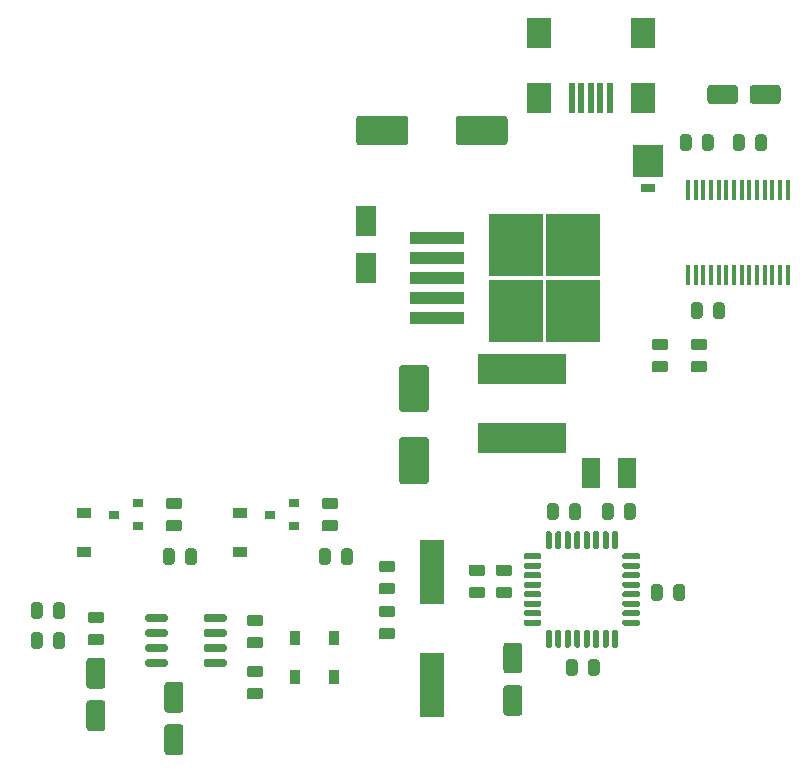
<source format=gbr>
%TF.GenerationSoftware,KiCad,Pcbnew,(5.1.6)-1*%
%TF.CreationDate,2021-01-04T09:58:51-07:00*%
%TF.ProjectId,R107 AC Controller,52313037-2041-4432-9043-6f6e74726f6c,rev?*%
%TF.SameCoordinates,Original*%
%TF.FileFunction,Paste,Top*%
%TF.FilePolarity,Positive*%
%FSLAX46Y46*%
G04 Gerber Fmt 4.6, Leading zero omitted, Abs format (unit mm)*
G04 Created by KiCad (PCBNEW (5.1.6)-1) date 2021-01-04 09:58:51*
%MOMM*%
%LPD*%
G01*
G04 APERTURE LIST*
%ADD10R,7.500000X2.500000*%
%ADD11R,1.800000X2.500000*%
%ADD12R,2.540000X2.670000*%
%ADD13R,1.270000X0.762000*%
%ADD14R,0.900000X1.200000*%
%ADD15R,1.200000X0.900000*%
%ADD16R,1.500000X2.600000*%
%ADD17R,2.000000X5.500000*%
%ADD18R,0.450000X1.750000*%
%ADD19R,4.550000X5.250000*%
%ADD20R,4.600000X1.100000*%
%ADD21R,0.900000X0.800000*%
%ADD22R,0.500000X2.500000*%
%ADD23R,2.000000X2.500000*%
G04 APERTURE END LIST*
D10*
%TO.C,L1*%
X182880000Y-50644000D03*
X182880000Y-56544000D03*
%TD*%
D11*
%TO.C,D4*%
X169672000Y-42132000D03*
X169672000Y-38132000D03*
%TD*%
D12*
%TO.C,D7*%
X193548000Y-33020000D03*
D13*
X193548000Y-35371000D03*
%TD*%
D14*
%TO.C,D6*%
X163704000Y-73406000D03*
X167004000Y-73406000D03*
%TD*%
D15*
%TO.C,D3*%
X159004000Y-62866000D03*
X159004000Y-66166000D03*
%TD*%
D16*
%TO.C,D1*%
X188770000Y-59436000D03*
X191770000Y-59436000D03*
%TD*%
D17*
%TO.C,Y1*%
X175260000Y-77394000D03*
X175260000Y-67894000D03*
%TD*%
D18*
%TO.C,U4*%
X196943000Y-35516000D03*
X197593000Y-35516000D03*
X198243000Y-35516000D03*
X198893000Y-35516000D03*
X199543000Y-35516000D03*
X200193000Y-35516000D03*
X200843000Y-35516000D03*
X201493000Y-35516000D03*
X202143000Y-35516000D03*
X202793000Y-35516000D03*
X203443000Y-35516000D03*
X204093000Y-35516000D03*
X204743000Y-35516000D03*
X205393000Y-35516000D03*
X205393000Y-42716000D03*
X204743000Y-42716000D03*
X204093000Y-42716000D03*
X203443000Y-42716000D03*
X202793000Y-42716000D03*
X202143000Y-42716000D03*
X201493000Y-42716000D03*
X200843000Y-42716000D03*
X200193000Y-42716000D03*
X199543000Y-42716000D03*
X198893000Y-42716000D03*
X198243000Y-42716000D03*
X197593000Y-42716000D03*
X196943000Y-42716000D03*
%TD*%
%TO.C,U3*%
G36*
G01*
X155932000Y-71905000D02*
X155932000Y-71605000D01*
G75*
G02*
X156082000Y-71455000I150000J0D01*
G01*
X157732000Y-71455000D01*
G75*
G02*
X157882000Y-71605000I0J-150000D01*
G01*
X157882000Y-71905000D01*
G75*
G02*
X157732000Y-72055000I-150000J0D01*
G01*
X156082000Y-72055000D01*
G75*
G02*
X155932000Y-71905000I0J150000D01*
G01*
G37*
G36*
G01*
X155932000Y-73175000D02*
X155932000Y-72875000D01*
G75*
G02*
X156082000Y-72725000I150000J0D01*
G01*
X157732000Y-72725000D01*
G75*
G02*
X157882000Y-72875000I0J-150000D01*
G01*
X157882000Y-73175000D01*
G75*
G02*
X157732000Y-73325000I-150000J0D01*
G01*
X156082000Y-73325000D01*
G75*
G02*
X155932000Y-73175000I0J150000D01*
G01*
G37*
G36*
G01*
X155932000Y-74445000D02*
X155932000Y-74145000D01*
G75*
G02*
X156082000Y-73995000I150000J0D01*
G01*
X157732000Y-73995000D01*
G75*
G02*
X157882000Y-74145000I0J-150000D01*
G01*
X157882000Y-74445000D01*
G75*
G02*
X157732000Y-74595000I-150000J0D01*
G01*
X156082000Y-74595000D01*
G75*
G02*
X155932000Y-74445000I0J150000D01*
G01*
G37*
G36*
G01*
X155932000Y-75715000D02*
X155932000Y-75415000D01*
G75*
G02*
X156082000Y-75265000I150000J0D01*
G01*
X157732000Y-75265000D01*
G75*
G02*
X157882000Y-75415000I0J-150000D01*
G01*
X157882000Y-75715000D01*
G75*
G02*
X157732000Y-75865000I-150000J0D01*
G01*
X156082000Y-75865000D01*
G75*
G02*
X155932000Y-75715000I0J150000D01*
G01*
G37*
G36*
G01*
X150982000Y-75715000D02*
X150982000Y-75415000D01*
G75*
G02*
X151132000Y-75265000I150000J0D01*
G01*
X152782000Y-75265000D01*
G75*
G02*
X152932000Y-75415000I0J-150000D01*
G01*
X152932000Y-75715000D01*
G75*
G02*
X152782000Y-75865000I-150000J0D01*
G01*
X151132000Y-75865000D01*
G75*
G02*
X150982000Y-75715000I0J150000D01*
G01*
G37*
G36*
G01*
X150982000Y-74445000D02*
X150982000Y-74145000D01*
G75*
G02*
X151132000Y-73995000I150000J0D01*
G01*
X152782000Y-73995000D01*
G75*
G02*
X152932000Y-74145000I0J-150000D01*
G01*
X152932000Y-74445000D01*
G75*
G02*
X152782000Y-74595000I-150000J0D01*
G01*
X151132000Y-74595000D01*
G75*
G02*
X150982000Y-74445000I0J150000D01*
G01*
G37*
G36*
G01*
X150982000Y-73175000D02*
X150982000Y-72875000D01*
G75*
G02*
X151132000Y-72725000I150000J0D01*
G01*
X152782000Y-72725000D01*
G75*
G02*
X152932000Y-72875000I0J-150000D01*
G01*
X152932000Y-73175000D01*
G75*
G02*
X152782000Y-73325000I-150000J0D01*
G01*
X151132000Y-73325000D01*
G75*
G02*
X150982000Y-73175000I0J150000D01*
G01*
G37*
G36*
G01*
X150982000Y-71905000D02*
X150982000Y-71605000D01*
G75*
G02*
X151132000Y-71455000I150000J0D01*
G01*
X152782000Y-71455000D01*
G75*
G02*
X152932000Y-71605000I0J-150000D01*
G01*
X152932000Y-71905000D01*
G75*
G02*
X152782000Y-72055000I-150000J0D01*
G01*
X151132000Y-72055000D01*
G75*
G02*
X150982000Y-71905000I0J150000D01*
G01*
G37*
%TD*%
D19*
%TO.C,U2*%
X182372000Y-45720000D03*
X187222000Y-40170000D03*
X182372000Y-40170000D03*
X187222000Y-45720000D03*
D20*
X175647000Y-46345000D03*
X175647000Y-44645000D03*
X175647000Y-42945000D03*
X175647000Y-41245000D03*
X175647000Y-39545000D03*
%TD*%
%TO.C,U1*%
G36*
G01*
X184910000Y-65792000D02*
X184910000Y-64542000D01*
G75*
G02*
X185035000Y-64417000I125000J0D01*
G01*
X185285000Y-64417000D01*
G75*
G02*
X185410000Y-64542000I0J-125000D01*
G01*
X185410000Y-65792000D01*
G75*
G02*
X185285000Y-65917000I-125000J0D01*
G01*
X185035000Y-65917000D01*
G75*
G02*
X184910000Y-65792000I0J125000D01*
G01*
G37*
G36*
G01*
X185710000Y-65792000D02*
X185710000Y-64542000D01*
G75*
G02*
X185835000Y-64417000I125000J0D01*
G01*
X186085000Y-64417000D01*
G75*
G02*
X186210000Y-64542000I0J-125000D01*
G01*
X186210000Y-65792000D01*
G75*
G02*
X186085000Y-65917000I-125000J0D01*
G01*
X185835000Y-65917000D01*
G75*
G02*
X185710000Y-65792000I0J125000D01*
G01*
G37*
G36*
G01*
X186510000Y-65792000D02*
X186510000Y-64542000D01*
G75*
G02*
X186635000Y-64417000I125000J0D01*
G01*
X186885000Y-64417000D01*
G75*
G02*
X187010000Y-64542000I0J-125000D01*
G01*
X187010000Y-65792000D01*
G75*
G02*
X186885000Y-65917000I-125000J0D01*
G01*
X186635000Y-65917000D01*
G75*
G02*
X186510000Y-65792000I0J125000D01*
G01*
G37*
G36*
G01*
X187310000Y-65792000D02*
X187310000Y-64542000D01*
G75*
G02*
X187435000Y-64417000I125000J0D01*
G01*
X187685000Y-64417000D01*
G75*
G02*
X187810000Y-64542000I0J-125000D01*
G01*
X187810000Y-65792000D01*
G75*
G02*
X187685000Y-65917000I-125000J0D01*
G01*
X187435000Y-65917000D01*
G75*
G02*
X187310000Y-65792000I0J125000D01*
G01*
G37*
G36*
G01*
X188110000Y-65792000D02*
X188110000Y-64542000D01*
G75*
G02*
X188235000Y-64417000I125000J0D01*
G01*
X188485000Y-64417000D01*
G75*
G02*
X188610000Y-64542000I0J-125000D01*
G01*
X188610000Y-65792000D01*
G75*
G02*
X188485000Y-65917000I-125000J0D01*
G01*
X188235000Y-65917000D01*
G75*
G02*
X188110000Y-65792000I0J125000D01*
G01*
G37*
G36*
G01*
X188910000Y-65792000D02*
X188910000Y-64542000D01*
G75*
G02*
X189035000Y-64417000I125000J0D01*
G01*
X189285000Y-64417000D01*
G75*
G02*
X189410000Y-64542000I0J-125000D01*
G01*
X189410000Y-65792000D01*
G75*
G02*
X189285000Y-65917000I-125000J0D01*
G01*
X189035000Y-65917000D01*
G75*
G02*
X188910000Y-65792000I0J125000D01*
G01*
G37*
G36*
G01*
X189710000Y-65792000D02*
X189710000Y-64542000D01*
G75*
G02*
X189835000Y-64417000I125000J0D01*
G01*
X190085000Y-64417000D01*
G75*
G02*
X190210000Y-64542000I0J-125000D01*
G01*
X190210000Y-65792000D01*
G75*
G02*
X190085000Y-65917000I-125000J0D01*
G01*
X189835000Y-65917000D01*
G75*
G02*
X189710000Y-65792000I0J125000D01*
G01*
G37*
G36*
G01*
X190510000Y-65792000D02*
X190510000Y-64542000D01*
G75*
G02*
X190635000Y-64417000I125000J0D01*
G01*
X190885000Y-64417000D01*
G75*
G02*
X191010000Y-64542000I0J-125000D01*
G01*
X191010000Y-65792000D01*
G75*
G02*
X190885000Y-65917000I-125000J0D01*
G01*
X190635000Y-65917000D01*
G75*
G02*
X190510000Y-65792000I0J125000D01*
G01*
G37*
G36*
G01*
X191385000Y-66667000D02*
X191385000Y-66417000D01*
G75*
G02*
X191510000Y-66292000I125000J0D01*
G01*
X192760000Y-66292000D01*
G75*
G02*
X192885000Y-66417000I0J-125000D01*
G01*
X192885000Y-66667000D01*
G75*
G02*
X192760000Y-66792000I-125000J0D01*
G01*
X191510000Y-66792000D01*
G75*
G02*
X191385000Y-66667000I0J125000D01*
G01*
G37*
G36*
G01*
X191385000Y-67467000D02*
X191385000Y-67217000D01*
G75*
G02*
X191510000Y-67092000I125000J0D01*
G01*
X192760000Y-67092000D01*
G75*
G02*
X192885000Y-67217000I0J-125000D01*
G01*
X192885000Y-67467000D01*
G75*
G02*
X192760000Y-67592000I-125000J0D01*
G01*
X191510000Y-67592000D01*
G75*
G02*
X191385000Y-67467000I0J125000D01*
G01*
G37*
G36*
G01*
X191385000Y-68267000D02*
X191385000Y-68017000D01*
G75*
G02*
X191510000Y-67892000I125000J0D01*
G01*
X192760000Y-67892000D01*
G75*
G02*
X192885000Y-68017000I0J-125000D01*
G01*
X192885000Y-68267000D01*
G75*
G02*
X192760000Y-68392000I-125000J0D01*
G01*
X191510000Y-68392000D01*
G75*
G02*
X191385000Y-68267000I0J125000D01*
G01*
G37*
G36*
G01*
X191385000Y-69067000D02*
X191385000Y-68817000D01*
G75*
G02*
X191510000Y-68692000I125000J0D01*
G01*
X192760000Y-68692000D01*
G75*
G02*
X192885000Y-68817000I0J-125000D01*
G01*
X192885000Y-69067000D01*
G75*
G02*
X192760000Y-69192000I-125000J0D01*
G01*
X191510000Y-69192000D01*
G75*
G02*
X191385000Y-69067000I0J125000D01*
G01*
G37*
G36*
G01*
X191385000Y-69867000D02*
X191385000Y-69617000D01*
G75*
G02*
X191510000Y-69492000I125000J0D01*
G01*
X192760000Y-69492000D01*
G75*
G02*
X192885000Y-69617000I0J-125000D01*
G01*
X192885000Y-69867000D01*
G75*
G02*
X192760000Y-69992000I-125000J0D01*
G01*
X191510000Y-69992000D01*
G75*
G02*
X191385000Y-69867000I0J125000D01*
G01*
G37*
G36*
G01*
X191385000Y-70667000D02*
X191385000Y-70417000D01*
G75*
G02*
X191510000Y-70292000I125000J0D01*
G01*
X192760000Y-70292000D01*
G75*
G02*
X192885000Y-70417000I0J-125000D01*
G01*
X192885000Y-70667000D01*
G75*
G02*
X192760000Y-70792000I-125000J0D01*
G01*
X191510000Y-70792000D01*
G75*
G02*
X191385000Y-70667000I0J125000D01*
G01*
G37*
G36*
G01*
X191385000Y-71467000D02*
X191385000Y-71217000D01*
G75*
G02*
X191510000Y-71092000I125000J0D01*
G01*
X192760000Y-71092000D01*
G75*
G02*
X192885000Y-71217000I0J-125000D01*
G01*
X192885000Y-71467000D01*
G75*
G02*
X192760000Y-71592000I-125000J0D01*
G01*
X191510000Y-71592000D01*
G75*
G02*
X191385000Y-71467000I0J125000D01*
G01*
G37*
G36*
G01*
X191385000Y-72267000D02*
X191385000Y-72017000D01*
G75*
G02*
X191510000Y-71892000I125000J0D01*
G01*
X192760000Y-71892000D01*
G75*
G02*
X192885000Y-72017000I0J-125000D01*
G01*
X192885000Y-72267000D01*
G75*
G02*
X192760000Y-72392000I-125000J0D01*
G01*
X191510000Y-72392000D01*
G75*
G02*
X191385000Y-72267000I0J125000D01*
G01*
G37*
G36*
G01*
X190510000Y-74142000D02*
X190510000Y-72892000D01*
G75*
G02*
X190635000Y-72767000I125000J0D01*
G01*
X190885000Y-72767000D01*
G75*
G02*
X191010000Y-72892000I0J-125000D01*
G01*
X191010000Y-74142000D01*
G75*
G02*
X190885000Y-74267000I-125000J0D01*
G01*
X190635000Y-74267000D01*
G75*
G02*
X190510000Y-74142000I0J125000D01*
G01*
G37*
G36*
G01*
X189710000Y-74142000D02*
X189710000Y-72892000D01*
G75*
G02*
X189835000Y-72767000I125000J0D01*
G01*
X190085000Y-72767000D01*
G75*
G02*
X190210000Y-72892000I0J-125000D01*
G01*
X190210000Y-74142000D01*
G75*
G02*
X190085000Y-74267000I-125000J0D01*
G01*
X189835000Y-74267000D01*
G75*
G02*
X189710000Y-74142000I0J125000D01*
G01*
G37*
G36*
G01*
X188910000Y-74142000D02*
X188910000Y-72892000D01*
G75*
G02*
X189035000Y-72767000I125000J0D01*
G01*
X189285000Y-72767000D01*
G75*
G02*
X189410000Y-72892000I0J-125000D01*
G01*
X189410000Y-74142000D01*
G75*
G02*
X189285000Y-74267000I-125000J0D01*
G01*
X189035000Y-74267000D01*
G75*
G02*
X188910000Y-74142000I0J125000D01*
G01*
G37*
G36*
G01*
X188110000Y-74142000D02*
X188110000Y-72892000D01*
G75*
G02*
X188235000Y-72767000I125000J0D01*
G01*
X188485000Y-72767000D01*
G75*
G02*
X188610000Y-72892000I0J-125000D01*
G01*
X188610000Y-74142000D01*
G75*
G02*
X188485000Y-74267000I-125000J0D01*
G01*
X188235000Y-74267000D01*
G75*
G02*
X188110000Y-74142000I0J125000D01*
G01*
G37*
G36*
G01*
X187310000Y-74142000D02*
X187310000Y-72892000D01*
G75*
G02*
X187435000Y-72767000I125000J0D01*
G01*
X187685000Y-72767000D01*
G75*
G02*
X187810000Y-72892000I0J-125000D01*
G01*
X187810000Y-74142000D01*
G75*
G02*
X187685000Y-74267000I-125000J0D01*
G01*
X187435000Y-74267000D01*
G75*
G02*
X187310000Y-74142000I0J125000D01*
G01*
G37*
G36*
G01*
X186510000Y-74142000D02*
X186510000Y-72892000D01*
G75*
G02*
X186635000Y-72767000I125000J0D01*
G01*
X186885000Y-72767000D01*
G75*
G02*
X187010000Y-72892000I0J-125000D01*
G01*
X187010000Y-74142000D01*
G75*
G02*
X186885000Y-74267000I-125000J0D01*
G01*
X186635000Y-74267000D01*
G75*
G02*
X186510000Y-74142000I0J125000D01*
G01*
G37*
G36*
G01*
X185710000Y-74142000D02*
X185710000Y-72892000D01*
G75*
G02*
X185835000Y-72767000I125000J0D01*
G01*
X186085000Y-72767000D01*
G75*
G02*
X186210000Y-72892000I0J-125000D01*
G01*
X186210000Y-74142000D01*
G75*
G02*
X186085000Y-74267000I-125000J0D01*
G01*
X185835000Y-74267000D01*
G75*
G02*
X185710000Y-74142000I0J125000D01*
G01*
G37*
G36*
G01*
X184910000Y-74142000D02*
X184910000Y-72892000D01*
G75*
G02*
X185035000Y-72767000I125000J0D01*
G01*
X185285000Y-72767000D01*
G75*
G02*
X185410000Y-72892000I0J-125000D01*
G01*
X185410000Y-74142000D01*
G75*
G02*
X185285000Y-74267000I-125000J0D01*
G01*
X185035000Y-74267000D01*
G75*
G02*
X184910000Y-74142000I0J125000D01*
G01*
G37*
G36*
G01*
X183035000Y-72267000D02*
X183035000Y-72017000D01*
G75*
G02*
X183160000Y-71892000I125000J0D01*
G01*
X184410000Y-71892000D01*
G75*
G02*
X184535000Y-72017000I0J-125000D01*
G01*
X184535000Y-72267000D01*
G75*
G02*
X184410000Y-72392000I-125000J0D01*
G01*
X183160000Y-72392000D01*
G75*
G02*
X183035000Y-72267000I0J125000D01*
G01*
G37*
G36*
G01*
X183035000Y-71467000D02*
X183035000Y-71217000D01*
G75*
G02*
X183160000Y-71092000I125000J0D01*
G01*
X184410000Y-71092000D01*
G75*
G02*
X184535000Y-71217000I0J-125000D01*
G01*
X184535000Y-71467000D01*
G75*
G02*
X184410000Y-71592000I-125000J0D01*
G01*
X183160000Y-71592000D01*
G75*
G02*
X183035000Y-71467000I0J125000D01*
G01*
G37*
G36*
G01*
X183035000Y-70667000D02*
X183035000Y-70417000D01*
G75*
G02*
X183160000Y-70292000I125000J0D01*
G01*
X184410000Y-70292000D01*
G75*
G02*
X184535000Y-70417000I0J-125000D01*
G01*
X184535000Y-70667000D01*
G75*
G02*
X184410000Y-70792000I-125000J0D01*
G01*
X183160000Y-70792000D01*
G75*
G02*
X183035000Y-70667000I0J125000D01*
G01*
G37*
G36*
G01*
X183035000Y-69867000D02*
X183035000Y-69617000D01*
G75*
G02*
X183160000Y-69492000I125000J0D01*
G01*
X184410000Y-69492000D01*
G75*
G02*
X184535000Y-69617000I0J-125000D01*
G01*
X184535000Y-69867000D01*
G75*
G02*
X184410000Y-69992000I-125000J0D01*
G01*
X183160000Y-69992000D01*
G75*
G02*
X183035000Y-69867000I0J125000D01*
G01*
G37*
G36*
G01*
X183035000Y-69067000D02*
X183035000Y-68817000D01*
G75*
G02*
X183160000Y-68692000I125000J0D01*
G01*
X184410000Y-68692000D01*
G75*
G02*
X184535000Y-68817000I0J-125000D01*
G01*
X184535000Y-69067000D01*
G75*
G02*
X184410000Y-69192000I-125000J0D01*
G01*
X183160000Y-69192000D01*
G75*
G02*
X183035000Y-69067000I0J125000D01*
G01*
G37*
G36*
G01*
X183035000Y-68267000D02*
X183035000Y-68017000D01*
G75*
G02*
X183160000Y-67892000I125000J0D01*
G01*
X184410000Y-67892000D01*
G75*
G02*
X184535000Y-68017000I0J-125000D01*
G01*
X184535000Y-68267000D01*
G75*
G02*
X184410000Y-68392000I-125000J0D01*
G01*
X183160000Y-68392000D01*
G75*
G02*
X183035000Y-68267000I0J125000D01*
G01*
G37*
G36*
G01*
X183035000Y-67467000D02*
X183035000Y-67217000D01*
G75*
G02*
X183160000Y-67092000I125000J0D01*
G01*
X184410000Y-67092000D01*
G75*
G02*
X184535000Y-67217000I0J-125000D01*
G01*
X184535000Y-67467000D01*
G75*
G02*
X184410000Y-67592000I-125000J0D01*
G01*
X183160000Y-67592000D01*
G75*
G02*
X183035000Y-67467000I0J125000D01*
G01*
G37*
G36*
G01*
X183035000Y-66667000D02*
X183035000Y-66417000D01*
G75*
G02*
X183160000Y-66292000I125000J0D01*
G01*
X184410000Y-66292000D01*
G75*
G02*
X184535000Y-66417000I0J-125000D01*
G01*
X184535000Y-66667000D01*
G75*
G02*
X184410000Y-66792000I-125000J0D01*
G01*
X183160000Y-66792000D01*
G75*
G02*
X183035000Y-66667000I0J125000D01*
G01*
G37*
%TD*%
%TO.C,R11*%
G36*
G01*
X160730250Y-72448000D02*
X159817750Y-72448000D01*
G75*
G02*
X159574000Y-72204250I0J243750D01*
G01*
X159574000Y-71716750D01*
G75*
G02*
X159817750Y-71473000I243750J0D01*
G01*
X160730250Y-71473000D01*
G75*
G02*
X160974000Y-71716750I0J-243750D01*
G01*
X160974000Y-72204250D01*
G75*
G02*
X160730250Y-72448000I-243750J0D01*
G01*
G37*
G36*
G01*
X160730250Y-74323000D02*
X159817750Y-74323000D01*
G75*
G02*
X159574000Y-74079250I0J243750D01*
G01*
X159574000Y-73591750D01*
G75*
G02*
X159817750Y-73348000I243750J0D01*
G01*
X160730250Y-73348000D01*
G75*
G02*
X160974000Y-73591750I0J-243750D01*
G01*
X160974000Y-74079250D01*
G75*
G02*
X160730250Y-74323000I-243750J0D01*
G01*
G37*
%TD*%
%TO.C,R10*%
G36*
G01*
X159817750Y-77666000D02*
X160730250Y-77666000D01*
G75*
G02*
X160974000Y-77909750I0J-243750D01*
G01*
X160974000Y-78397250D01*
G75*
G02*
X160730250Y-78641000I-243750J0D01*
G01*
X159817750Y-78641000D01*
G75*
G02*
X159574000Y-78397250I0J243750D01*
G01*
X159574000Y-77909750D01*
G75*
G02*
X159817750Y-77666000I243750J0D01*
G01*
G37*
G36*
G01*
X159817750Y-75791000D02*
X160730250Y-75791000D01*
G75*
G02*
X160974000Y-76034750I0J-243750D01*
G01*
X160974000Y-76522250D01*
G75*
G02*
X160730250Y-76766000I-243750J0D01*
G01*
X159817750Y-76766000D01*
G75*
G02*
X159574000Y-76522250I0J243750D01*
G01*
X159574000Y-76034750D01*
G75*
G02*
X159817750Y-75791000I243750J0D01*
G01*
G37*
%TD*%
%TO.C,R9*%
G36*
G01*
X195020250Y-49080000D02*
X194107750Y-49080000D01*
G75*
G02*
X193864000Y-48836250I0J243750D01*
G01*
X193864000Y-48348750D01*
G75*
G02*
X194107750Y-48105000I243750J0D01*
G01*
X195020250Y-48105000D01*
G75*
G02*
X195264000Y-48348750I0J-243750D01*
G01*
X195264000Y-48836250D01*
G75*
G02*
X195020250Y-49080000I-243750J0D01*
G01*
G37*
G36*
G01*
X195020250Y-50955000D02*
X194107750Y-50955000D01*
G75*
G02*
X193864000Y-50711250I0J243750D01*
G01*
X193864000Y-50223750D01*
G75*
G02*
X194107750Y-49980000I243750J0D01*
G01*
X195020250Y-49980000D01*
G75*
G02*
X195264000Y-50223750I0J-243750D01*
G01*
X195264000Y-50711250D01*
G75*
G02*
X195020250Y-50955000I-243750J0D01*
G01*
G37*
%TD*%
%TO.C,R8*%
G36*
G01*
X198322250Y-49080000D02*
X197409750Y-49080000D01*
G75*
G02*
X197166000Y-48836250I0J243750D01*
G01*
X197166000Y-48348750D01*
G75*
G02*
X197409750Y-48105000I243750J0D01*
G01*
X198322250Y-48105000D01*
G75*
G02*
X198566000Y-48348750I0J-243750D01*
G01*
X198566000Y-48836250D01*
G75*
G02*
X198322250Y-49080000I-243750J0D01*
G01*
G37*
G36*
G01*
X198322250Y-50955000D02*
X197409750Y-50955000D01*
G75*
G02*
X197166000Y-50711250I0J243750D01*
G01*
X197166000Y-50223750D01*
G75*
G02*
X197409750Y-49980000I243750J0D01*
G01*
X198322250Y-49980000D01*
G75*
G02*
X198566000Y-50223750I0J-243750D01*
G01*
X198566000Y-50711250D01*
G75*
G02*
X198322250Y-50955000I-243750J0D01*
G01*
G37*
%TD*%
%TO.C,R7*%
G36*
G01*
X188488500Y-76402250D02*
X188488500Y-75489750D01*
G75*
G02*
X188732250Y-75246000I243750J0D01*
G01*
X189219750Y-75246000D01*
G75*
G02*
X189463500Y-75489750I0J-243750D01*
G01*
X189463500Y-76402250D01*
G75*
G02*
X189219750Y-76646000I-243750J0D01*
G01*
X188732250Y-76646000D01*
G75*
G02*
X188488500Y-76402250I0J243750D01*
G01*
G37*
G36*
G01*
X186613500Y-76402250D02*
X186613500Y-75489750D01*
G75*
G02*
X186857250Y-75246000I243750J0D01*
G01*
X187344750Y-75246000D01*
G75*
G02*
X187588500Y-75489750I0J-243750D01*
G01*
X187588500Y-76402250D01*
G75*
G02*
X187344750Y-76646000I-243750J0D01*
G01*
X186857250Y-76646000D01*
G75*
G02*
X186613500Y-76402250I0J243750D01*
G01*
G37*
%TD*%
%TO.C,R6*%
G36*
G01*
X167080250Y-62542000D02*
X166167750Y-62542000D01*
G75*
G02*
X165924000Y-62298250I0J243750D01*
G01*
X165924000Y-61810750D01*
G75*
G02*
X166167750Y-61567000I243750J0D01*
G01*
X167080250Y-61567000D01*
G75*
G02*
X167324000Y-61810750I0J-243750D01*
G01*
X167324000Y-62298250D01*
G75*
G02*
X167080250Y-62542000I-243750J0D01*
G01*
G37*
G36*
G01*
X167080250Y-64417000D02*
X166167750Y-64417000D01*
G75*
G02*
X165924000Y-64173250I0J243750D01*
G01*
X165924000Y-63685750D01*
G75*
G02*
X166167750Y-63442000I243750J0D01*
G01*
X167080250Y-63442000D01*
G75*
G02*
X167324000Y-63685750I0J-243750D01*
G01*
X167324000Y-64173250D01*
G75*
G02*
X167080250Y-64417000I-243750J0D01*
G01*
G37*
%TD*%
%TO.C,R5*%
G36*
G01*
X153872250Y-62542000D02*
X152959750Y-62542000D01*
G75*
G02*
X152716000Y-62298250I0J243750D01*
G01*
X152716000Y-61810750D01*
G75*
G02*
X152959750Y-61567000I243750J0D01*
G01*
X153872250Y-61567000D01*
G75*
G02*
X154116000Y-61810750I0J-243750D01*
G01*
X154116000Y-62298250D01*
G75*
G02*
X153872250Y-62542000I-243750J0D01*
G01*
G37*
G36*
G01*
X153872250Y-64417000D02*
X152959750Y-64417000D01*
G75*
G02*
X152716000Y-64173250I0J243750D01*
G01*
X152716000Y-63685750D01*
G75*
G02*
X152959750Y-63442000I243750J0D01*
G01*
X153872250Y-63442000D01*
G75*
G02*
X154116000Y-63685750I0J-243750D01*
G01*
X154116000Y-64173250D01*
G75*
G02*
X153872250Y-64417000I-243750J0D01*
G01*
G37*
%TD*%
%TO.C,R4*%
G36*
G01*
X166682000Y-66091750D02*
X166682000Y-67004250D01*
G75*
G02*
X166438250Y-67248000I-243750J0D01*
G01*
X165950750Y-67248000D01*
G75*
G02*
X165707000Y-67004250I0J243750D01*
G01*
X165707000Y-66091750D01*
G75*
G02*
X165950750Y-65848000I243750J0D01*
G01*
X166438250Y-65848000D01*
G75*
G02*
X166682000Y-66091750I0J-243750D01*
G01*
G37*
G36*
G01*
X168557000Y-66091750D02*
X168557000Y-67004250D01*
G75*
G02*
X168313250Y-67248000I-243750J0D01*
G01*
X167825750Y-67248000D01*
G75*
G02*
X167582000Y-67004250I0J243750D01*
G01*
X167582000Y-66091750D01*
G75*
G02*
X167825750Y-65848000I243750J0D01*
G01*
X168313250Y-65848000D01*
G75*
G02*
X168557000Y-66091750I0J-243750D01*
G01*
G37*
%TD*%
%TO.C,R3*%
G36*
G01*
X153474000Y-66091750D02*
X153474000Y-67004250D01*
G75*
G02*
X153230250Y-67248000I-243750J0D01*
G01*
X152742750Y-67248000D01*
G75*
G02*
X152499000Y-67004250I0J243750D01*
G01*
X152499000Y-66091750D01*
G75*
G02*
X152742750Y-65848000I243750J0D01*
G01*
X153230250Y-65848000D01*
G75*
G02*
X153474000Y-66091750I0J-243750D01*
G01*
G37*
G36*
G01*
X155349000Y-66091750D02*
X155349000Y-67004250D01*
G75*
G02*
X155105250Y-67248000I-243750J0D01*
G01*
X154617750Y-67248000D01*
G75*
G02*
X154374000Y-67004250I0J243750D01*
G01*
X154374000Y-66091750D01*
G75*
G02*
X154617750Y-65848000I243750J0D01*
G01*
X155105250Y-65848000D01*
G75*
G02*
X155349000Y-66091750I0J-243750D01*
G01*
G37*
%TD*%
%TO.C,R2*%
G36*
G01*
X190636500Y-62281750D02*
X190636500Y-63194250D01*
G75*
G02*
X190392750Y-63438000I-243750J0D01*
G01*
X189905250Y-63438000D01*
G75*
G02*
X189661500Y-63194250I0J243750D01*
G01*
X189661500Y-62281750D01*
G75*
G02*
X189905250Y-62038000I243750J0D01*
G01*
X190392750Y-62038000D01*
G75*
G02*
X190636500Y-62281750I0J-243750D01*
G01*
G37*
G36*
G01*
X192511500Y-62281750D02*
X192511500Y-63194250D01*
G75*
G02*
X192267750Y-63438000I-243750J0D01*
G01*
X191780250Y-63438000D01*
G75*
G02*
X191536500Y-63194250I0J243750D01*
G01*
X191536500Y-62281750D01*
G75*
G02*
X191780250Y-62038000I243750J0D01*
G01*
X192267750Y-62038000D01*
G75*
G02*
X192511500Y-62281750I0J-243750D01*
G01*
G37*
%TD*%
%TO.C,R1*%
G36*
G01*
X186886000Y-63194250D02*
X186886000Y-62281750D01*
G75*
G02*
X187129750Y-62038000I243750J0D01*
G01*
X187617250Y-62038000D01*
G75*
G02*
X187861000Y-62281750I0J-243750D01*
G01*
X187861000Y-63194250D01*
G75*
G02*
X187617250Y-63438000I-243750J0D01*
G01*
X187129750Y-63438000D01*
G75*
G02*
X186886000Y-63194250I0J243750D01*
G01*
G37*
G36*
G01*
X185011000Y-63194250D02*
X185011000Y-62281750D01*
G75*
G02*
X185254750Y-62038000I243750J0D01*
G01*
X185742250Y-62038000D01*
G75*
G02*
X185986000Y-62281750I0J-243750D01*
G01*
X185986000Y-63194250D01*
G75*
G02*
X185742250Y-63438000I-243750J0D01*
G01*
X185254750Y-63438000D01*
G75*
G02*
X185011000Y-63194250I0J243750D01*
G01*
G37*
%TD*%
D21*
%TO.C,Q2*%
X161560000Y-62992000D03*
X163560000Y-62042000D03*
X163560000Y-63942000D03*
%TD*%
%TO.C,Q1*%
X148352000Y-62992000D03*
X150352000Y-62042000D03*
X150352000Y-63942000D03*
%TD*%
D22*
%TO.C,J6*%
X187122000Y-27746000D03*
X187922000Y-27746000D03*
X188722000Y-27746000D03*
X189522000Y-27746000D03*
X190322000Y-27746000D03*
D23*
X184322000Y-27746000D03*
X193122000Y-27746000D03*
X184322000Y-22246000D03*
X193122000Y-22246000D03*
%TD*%
%TO.C,FB2*%
G36*
G01*
X143198000Y-71576250D02*
X143198000Y-70663750D01*
G75*
G02*
X143441750Y-70420000I243750J0D01*
G01*
X143929250Y-70420000D01*
G75*
G02*
X144173000Y-70663750I0J-243750D01*
G01*
X144173000Y-71576250D01*
G75*
G02*
X143929250Y-71820000I-243750J0D01*
G01*
X143441750Y-71820000D01*
G75*
G02*
X143198000Y-71576250I0J243750D01*
G01*
G37*
G36*
G01*
X141323000Y-71576250D02*
X141323000Y-70663750D01*
G75*
G02*
X141566750Y-70420000I243750J0D01*
G01*
X142054250Y-70420000D01*
G75*
G02*
X142298000Y-70663750I0J-243750D01*
G01*
X142298000Y-71576250D01*
G75*
G02*
X142054250Y-71820000I-243750J0D01*
G01*
X141566750Y-71820000D01*
G75*
G02*
X141323000Y-71576250I0J243750D01*
G01*
G37*
%TD*%
%TO.C,FB1*%
G36*
G01*
X143198000Y-74116250D02*
X143198000Y-73203750D01*
G75*
G02*
X143441750Y-72960000I243750J0D01*
G01*
X143929250Y-72960000D01*
G75*
G02*
X144173000Y-73203750I0J-243750D01*
G01*
X144173000Y-74116250D01*
G75*
G02*
X143929250Y-74360000I-243750J0D01*
G01*
X143441750Y-74360000D01*
G75*
G02*
X143198000Y-74116250I0J243750D01*
G01*
G37*
G36*
G01*
X141323000Y-74116250D02*
X141323000Y-73203750D01*
G75*
G02*
X141566750Y-72960000I243750J0D01*
G01*
X142054250Y-72960000D01*
G75*
G02*
X142298000Y-73203750I0J-243750D01*
G01*
X142298000Y-74116250D01*
G75*
G02*
X142054250Y-74360000I-243750J0D01*
G01*
X141566750Y-74360000D01*
G75*
G02*
X141323000Y-74116250I0J243750D01*
G01*
G37*
%TD*%
D14*
%TO.C,D5*%
X163704000Y-76708000D03*
X167004000Y-76708000D03*
%TD*%
D15*
%TO.C,D2*%
X145796000Y-62866000D03*
X145796000Y-66166000D03*
%TD*%
%TO.C,C15*%
G36*
G01*
X197240500Y-31039750D02*
X197240500Y-31952250D01*
G75*
G02*
X196996750Y-32196000I-243750J0D01*
G01*
X196509250Y-32196000D01*
G75*
G02*
X196265500Y-31952250I0J243750D01*
G01*
X196265500Y-31039750D01*
G75*
G02*
X196509250Y-30796000I243750J0D01*
G01*
X196996750Y-30796000D01*
G75*
G02*
X197240500Y-31039750I0J-243750D01*
G01*
G37*
G36*
G01*
X199115500Y-31039750D02*
X199115500Y-31952250D01*
G75*
G02*
X198871750Y-32196000I-243750J0D01*
G01*
X198384250Y-32196000D01*
G75*
G02*
X198140500Y-31952250I0J243750D01*
G01*
X198140500Y-31039750D01*
G75*
G02*
X198384250Y-30796000I243750J0D01*
G01*
X198871750Y-30796000D01*
G75*
G02*
X199115500Y-31039750I0J-243750D01*
G01*
G37*
%TD*%
%TO.C,C14*%
G36*
G01*
X202176000Y-27982000D02*
X202176000Y-26882000D01*
G75*
G02*
X202426000Y-26632000I250000J0D01*
G01*
X204526000Y-26632000D01*
G75*
G02*
X204776000Y-26882000I0J-250000D01*
G01*
X204776000Y-27982000D01*
G75*
G02*
X204526000Y-28232000I-250000J0D01*
G01*
X202426000Y-28232000D01*
G75*
G02*
X202176000Y-27982000I0J250000D01*
G01*
G37*
G36*
G01*
X198576000Y-27982000D02*
X198576000Y-26882000D01*
G75*
G02*
X198826000Y-26632000I250000J0D01*
G01*
X200926000Y-26632000D01*
G75*
G02*
X201176000Y-26882000I0J-250000D01*
G01*
X201176000Y-27982000D01*
G75*
G02*
X200926000Y-28232000I-250000J0D01*
G01*
X198826000Y-28232000D01*
G75*
G02*
X198576000Y-27982000I0J250000D01*
G01*
G37*
%TD*%
%TO.C,C13*%
G36*
G01*
X198178000Y-45263750D02*
X198178000Y-46176250D01*
G75*
G02*
X197934250Y-46420000I-243750J0D01*
G01*
X197446750Y-46420000D01*
G75*
G02*
X197203000Y-46176250I0J243750D01*
G01*
X197203000Y-45263750D01*
G75*
G02*
X197446750Y-45020000I243750J0D01*
G01*
X197934250Y-45020000D01*
G75*
G02*
X198178000Y-45263750I0J-243750D01*
G01*
G37*
G36*
G01*
X200053000Y-45263750D02*
X200053000Y-46176250D01*
G75*
G02*
X199809250Y-46420000I-243750J0D01*
G01*
X199321750Y-46420000D01*
G75*
G02*
X199078000Y-46176250I0J243750D01*
G01*
X199078000Y-45263750D01*
G75*
G02*
X199321750Y-45020000I243750J0D01*
G01*
X199809250Y-45020000D01*
G75*
G02*
X200053000Y-45263750I0J-243750D01*
G01*
G37*
%TD*%
%TO.C,C12*%
G36*
G01*
X172736000Y-56424000D02*
X174736000Y-56424000D01*
G75*
G02*
X174986000Y-56674000I0J-250000D01*
G01*
X174986000Y-60174000D01*
G75*
G02*
X174736000Y-60424000I-250000J0D01*
G01*
X172736000Y-60424000D01*
G75*
G02*
X172486000Y-60174000I0J250000D01*
G01*
X172486000Y-56674000D01*
G75*
G02*
X172736000Y-56424000I250000J0D01*
G01*
G37*
G36*
G01*
X172736000Y-50324000D02*
X174736000Y-50324000D01*
G75*
G02*
X174986000Y-50574000I0J-250000D01*
G01*
X174986000Y-54074000D01*
G75*
G02*
X174736000Y-54324000I-250000J0D01*
G01*
X172736000Y-54324000D01*
G75*
G02*
X172486000Y-54074000I0J250000D01*
G01*
X172486000Y-50574000D01*
G75*
G02*
X172736000Y-50324000I250000J0D01*
G01*
G37*
%TD*%
%TO.C,C11*%
G36*
G01*
X152866000Y-80764000D02*
X153966000Y-80764000D01*
G75*
G02*
X154216000Y-81014000I0J-250000D01*
G01*
X154216000Y-83114000D01*
G75*
G02*
X153966000Y-83364000I-250000J0D01*
G01*
X152866000Y-83364000D01*
G75*
G02*
X152616000Y-83114000I0J250000D01*
G01*
X152616000Y-81014000D01*
G75*
G02*
X152866000Y-80764000I250000J0D01*
G01*
G37*
G36*
G01*
X152866000Y-77164000D02*
X153966000Y-77164000D01*
G75*
G02*
X154216000Y-77414000I0J-250000D01*
G01*
X154216000Y-79514000D01*
G75*
G02*
X153966000Y-79764000I-250000J0D01*
G01*
X152866000Y-79764000D01*
G75*
G02*
X152616000Y-79514000I0J250000D01*
G01*
X152616000Y-77414000D01*
G75*
G02*
X152866000Y-77164000I250000J0D01*
G01*
G37*
%TD*%
%TO.C,C10*%
G36*
G01*
X146262000Y-78732000D02*
X147362000Y-78732000D01*
G75*
G02*
X147612000Y-78982000I0J-250000D01*
G01*
X147612000Y-81082000D01*
G75*
G02*
X147362000Y-81332000I-250000J0D01*
G01*
X146262000Y-81332000D01*
G75*
G02*
X146012000Y-81082000I0J250000D01*
G01*
X146012000Y-78982000D01*
G75*
G02*
X146262000Y-78732000I250000J0D01*
G01*
G37*
G36*
G01*
X146262000Y-75132000D02*
X147362000Y-75132000D01*
G75*
G02*
X147612000Y-75382000I0J-250000D01*
G01*
X147612000Y-77482000D01*
G75*
G02*
X147362000Y-77732000I-250000J0D01*
G01*
X146262000Y-77732000D01*
G75*
G02*
X146012000Y-77482000I0J250000D01*
G01*
X146012000Y-75382000D01*
G75*
G02*
X146262000Y-75132000I250000J0D01*
G01*
G37*
%TD*%
%TO.C,C9*%
G36*
G01*
X201734000Y-31039750D02*
X201734000Y-31952250D01*
G75*
G02*
X201490250Y-32196000I-243750J0D01*
G01*
X201002750Y-32196000D01*
G75*
G02*
X200759000Y-31952250I0J243750D01*
G01*
X200759000Y-31039750D01*
G75*
G02*
X201002750Y-30796000I243750J0D01*
G01*
X201490250Y-30796000D01*
G75*
G02*
X201734000Y-31039750I0J-243750D01*
G01*
G37*
G36*
G01*
X203609000Y-31039750D02*
X203609000Y-31952250D01*
G75*
G02*
X203365250Y-32196000I-243750J0D01*
G01*
X202877750Y-32196000D01*
G75*
G02*
X202634000Y-31952250I0J243750D01*
G01*
X202634000Y-31039750D01*
G75*
G02*
X202877750Y-30796000I243750J0D01*
G01*
X203365250Y-30796000D01*
G75*
G02*
X203609000Y-31039750I0J-243750D01*
G01*
G37*
%TD*%
%TO.C,C8*%
G36*
G01*
X146355750Y-73094000D02*
X147268250Y-73094000D01*
G75*
G02*
X147512000Y-73337750I0J-243750D01*
G01*
X147512000Y-73825250D01*
G75*
G02*
X147268250Y-74069000I-243750J0D01*
G01*
X146355750Y-74069000D01*
G75*
G02*
X146112000Y-73825250I0J243750D01*
G01*
X146112000Y-73337750D01*
G75*
G02*
X146355750Y-73094000I243750J0D01*
G01*
G37*
G36*
G01*
X146355750Y-71219000D02*
X147268250Y-71219000D01*
G75*
G02*
X147512000Y-71462750I0J-243750D01*
G01*
X147512000Y-71950250D01*
G75*
G02*
X147268250Y-72194000I-243750J0D01*
G01*
X146355750Y-72194000D01*
G75*
G02*
X146112000Y-71950250I0J243750D01*
G01*
X146112000Y-71462750D01*
G75*
G02*
X146355750Y-71219000I243750J0D01*
G01*
G37*
%TD*%
%TO.C,C7*%
G36*
G01*
X177260000Y-31480000D02*
X177260000Y-29480000D01*
G75*
G02*
X177510000Y-29230000I250000J0D01*
G01*
X181410000Y-29230000D01*
G75*
G02*
X181660000Y-29480000I0J-250000D01*
G01*
X181660000Y-31480000D01*
G75*
G02*
X181410000Y-31730000I-250000J0D01*
G01*
X177510000Y-31730000D01*
G75*
G02*
X177260000Y-31480000I0J250000D01*
G01*
G37*
G36*
G01*
X168860000Y-31480000D02*
X168860000Y-29480000D01*
G75*
G02*
X169110000Y-29230000I250000J0D01*
G01*
X173010000Y-29230000D01*
G75*
G02*
X173260000Y-29480000I0J-250000D01*
G01*
X173260000Y-31480000D01*
G75*
G02*
X173010000Y-31730000I-250000J0D01*
G01*
X169110000Y-31730000D01*
G75*
G02*
X168860000Y-31480000I0J250000D01*
G01*
G37*
%TD*%
%TO.C,C6*%
G36*
G01*
X180899750Y-69108500D02*
X181812250Y-69108500D01*
G75*
G02*
X182056000Y-69352250I0J-243750D01*
G01*
X182056000Y-69839750D01*
G75*
G02*
X181812250Y-70083500I-243750J0D01*
G01*
X180899750Y-70083500D01*
G75*
G02*
X180656000Y-69839750I0J243750D01*
G01*
X180656000Y-69352250D01*
G75*
G02*
X180899750Y-69108500I243750J0D01*
G01*
G37*
G36*
G01*
X180899750Y-67233500D02*
X181812250Y-67233500D01*
G75*
G02*
X182056000Y-67477250I0J-243750D01*
G01*
X182056000Y-67964750D01*
G75*
G02*
X181812250Y-68208500I-243750J0D01*
G01*
X180899750Y-68208500D01*
G75*
G02*
X180656000Y-67964750I0J243750D01*
G01*
X180656000Y-67477250D01*
G75*
G02*
X180899750Y-67233500I243750J0D01*
G01*
G37*
%TD*%
%TO.C,C5*%
G36*
G01*
X171906250Y-67876000D02*
X170993750Y-67876000D01*
G75*
G02*
X170750000Y-67632250I0J243750D01*
G01*
X170750000Y-67144750D01*
G75*
G02*
X170993750Y-66901000I243750J0D01*
G01*
X171906250Y-66901000D01*
G75*
G02*
X172150000Y-67144750I0J-243750D01*
G01*
X172150000Y-67632250D01*
G75*
G02*
X171906250Y-67876000I-243750J0D01*
G01*
G37*
G36*
G01*
X171906250Y-69751000D02*
X170993750Y-69751000D01*
G75*
G02*
X170750000Y-69507250I0J243750D01*
G01*
X170750000Y-69019750D01*
G75*
G02*
X170993750Y-68776000I243750J0D01*
G01*
X171906250Y-68776000D01*
G75*
G02*
X172150000Y-69019750I0J-243750D01*
G01*
X172150000Y-69507250D01*
G75*
G02*
X171906250Y-69751000I-243750J0D01*
G01*
G37*
%TD*%
%TO.C,C4*%
G36*
G01*
X171906250Y-71686000D02*
X170993750Y-71686000D01*
G75*
G02*
X170750000Y-71442250I0J243750D01*
G01*
X170750000Y-70954750D01*
G75*
G02*
X170993750Y-70711000I243750J0D01*
G01*
X171906250Y-70711000D01*
G75*
G02*
X172150000Y-70954750I0J-243750D01*
G01*
X172150000Y-71442250D01*
G75*
G02*
X171906250Y-71686000I-243750J0D01*
G01*
G37*
G36*
G01*
X171906250Y-73561000D02*
X170993750Y-73561000D01*
G75*
G02*
X170750000Y-73317250I0J243750D01*
G01*
X170750000Y-72829750D01*
G75*
G02*
X170993750Y-72586000I243750J0D01*
G01*
X171906250Y-72586000D01*
G75*
G02*
X172150000Y-72829750I0J-243750D01*
G01*
X172150000Y-73317250D01*
G75*
G02*
X171906250Y-73561000I-243750J0D01*
G01*
G37*
%TD*%
%TO.C,C3*%
G36*
G01*
X178613750Y-69108500D02*
X179526250Y-69108500D01*
G75*
G02*
X179770000Y-69352250I0J-243750D01*
G01*
X179770000Y-69839750D01*
G75*
G02*
X179526250Y-70083500I-243750J0D01*
G01*
X178613750Y-70083500D01*
G75*
G02*
X178370000Y-69839750I0J243750D01*
G01*
X178370000Y-69352250D01*
G75*
G02*
X178613750Y-69108500I243750J0D01*
G01*
G37*
G36*
G01*
X178613750Y-67233500D02*
X179526250Y-67233500D01*
G75*
G02*
X179770000Y-67477250I0J-243750D01*
G01*
X179770000Y-67964750D01*
G75*
G02*
X179526250Y-68208500I-243750J0D01*
G01*
X178613750Y-68208500D01*
G75*
G02*
X178370000Y-67964750I0J243750D01*
G01*
X178370000Y-67477250D01*
G75*
G02*
X178613750Y-67233500I243750J0D01*
G01*
G37*
%TD*%
%TO.C,C2*%
G36*
G01*
X195697500Y-70052250D02*
X195697500Y-69139750D01*
G75*
G02*
X195941250Y-68896000I243750J0D01*
G01*
X196428750Y-68896000D01*
G75*
G02*
X196672500Y-69139750I0J-243750D01*
G01*
X196672500Y-70052250D01*
G75*
G02*
X196428750Y-70296000I-243750J0D01*
G01*
X195941250Y-70296000D01*
G75*
G02*
X195697500Y-70052250I0J243750D01*
G01*
G37*
G36*
G01*
X193822500Y-70052250D02*
X193822500Y-69139750D01*
G75*
G02*
X194066250Y-68896000I243750J0D01*
G01*
X194553750Y-68896000D01*
G75*
G02*
X194797500Y-69139750I0J-243750D01*
G01*
X194797500Y-70052250D01*
G75*
G02*
X194553750Y-70296000I-243750J0D01*
G01*
X194066250Y-70296000D01*
G75*
G02*
X193822500Y-70052250I0J243750D01*
G01*
G37*
%TD*%
%TO.C,C1*%
G36*
G01*
X181568000Y-77440000D02*
X182668000Y-77440000D01*
G75*
G02*
X182918000Y-77690000I0J-250000D01*
G01*
X182918000Y-79790000D01*
G75*
G02*
X182668000Y-80040000I-250000J0D01*
G01*
X181568000Y-80040000D01*
G75*
G02*
X181318000Y-79790000I0J250000D01*
G01*
X181318000Y-77690000D01*
G75*
G02*
X181568000Y-77440000I250000J0D01*
G01*
G37*
G36*
G01*
X181568000Y-73840000D02*
X182668000Y-73840000D01*
G75*
G02*
X182918000Y-74090000I0J-250000D01*
G01*
X182918000Y-76190000D01*
G75*
G02*
X182668000Y-76440000I-250000J0D01*
G01*
X181568000Y-76440000D01*
G75*
G02*
X181318000Y-76190000I0J250000D01*
G01*
X181318000Y-74090000D01*
G75*
G02*
X181568000Y-73840000I250000J0D01*
G01*
G37*
%TD*%
M02*

</source>
